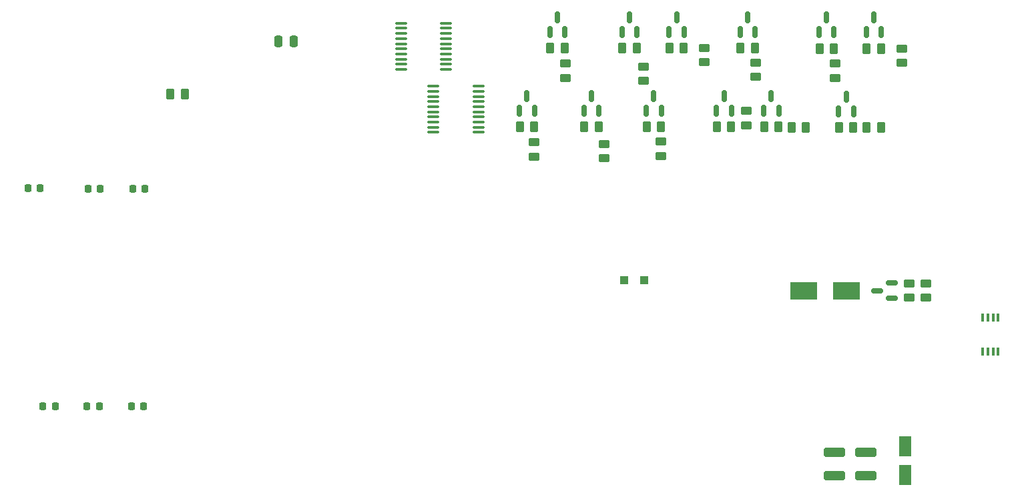
<source format=gbp>
%TF.GenerationSoftware,KiCad,Pcbnew,(6.0.2)*%
%TF.CreationDate,2022-08-07T22:17:39-07:00*%
%TF.ProjectId,LightDrum,4c696768-7444-4727-956d-2e6b69636164,rev?*%
%TF.SameCoordinates,Original*%
%TF.FileFunction,Paste,Bot*%
%TF.FilePolarity,Positive*%
%FSLAX46Y46*%
G04 Gerber Fmt 4.6, Leading zero omitted, Abs format (unit mm)*
G04 Created by KiCad (PCBNEW (6.0.2)) date 2022-08-07 22:17:39*
%MOMM*%
%LPD*%
G01*
G04 APERTURE LIST*
G04 Aperture macros list*
%AMRoundRect*
0 Rectangle with rounded corners*
0 $1 Rounding radius*
0 $2 $3 $4 $5 $6 $7 $8 $9 X,Y pos of 4 corners*
0 Add a 4 corners polygon primitive as box body*
4,1,4,$2,$3,$4,$5,$6,$7,$8,$9,$2,$3,0*
0 Add four circle primitives for the rounded corners*
1,1,$1+$1,$2,$3*
1,1,$1+$1,$4,$5*
1,1,$1+$1,$6,$7*
1,1,$1+$1,$8,$9*
0 Add four rect primitives between the rounded corners*
20,1,$1+$1,$2,$3,$4,$5,0*
20,1,$1+$1,$4,$5,$6,$7,0*
20,1,$1+$1,$6,$7,$8,$9,0*
20,1,$1+$1,$8,$9,$2,$3,0*%
G04 Aperture macros list end*
%ADD10RoundRect,0.250000X0.450000X-0.262500X0.450000X0.262500X-0.450000X0.262500X-0.450000X-0.262500X0*%
%ADD11RoundRect,0.250000X0.262500X0.450000X-0.262500X0.450000X-0.262500X-0.450000X0.262500X-0.450000X0*%
%ADD12RoundRect,0.150000X0.150000X-0.587500X0.150000X0.587500X-0.150000X0.587500X-0.150000X-0.587500X0*%
%ADD13RoundRect,0.225000X-0.225000X-0.250000X0.225000X-0.250000X0.225000X0.250000X-0.225000X0.250000X0*%
%ADD14RoundRect,0.250000X-0.262500X-0.450000X0.262500X-0.450000X0.262500X0.450000X-0.262500X0.450000X0*%
%ADD15RoundRect,0.150000X0.587500X0.150000X-0.587500X0.150000X-0.587500X-0.150000X0.587500X-0.150000X0*%
%ADD16RoundRect,0.250000X1.100000X-0.325000X1.100000X0.325000X-1.100000X0.325000X-1.100000X-0.325000X0*%
%ADD17RoundRect,0.250000X-0.550000X1.050000X-0.550000X-1.050000X0.550000X-1.050000X0.550000X1.050000X0*%
%ADD18R,1.000000X1.000000*%
%ADD19RoundRect,0.225000X0.225000X0.250000X-0.225000X0.250000X-0.225000X-0.250000X0.225000X-0.250000X0*%
%ADD20RoundRect,0.250000X-0.450000X0.262500X-0.450000X-0.262500X0.450000X-0.262500X0.450000X0.262500X0*%
%ADD21RoundRect,0.100000X0.637500X0.100000X-0.637500X0.100000X-0.637500X-0.100000X0.637500X-0.100000X0*%
%ADD22R,0.400000X1.100000*%
%ADD23RoundRect,0.250000X-0.250000X-0.475000X0.250000X-0.475000X0.250000X0.475000X-0.250000X0.475000X0*%
%ADD24R,3.500000X2.300000*%
G04 APERTURE END LIST*
D10*
X166600000Y-54112500D03*
X166600000Y-52287500D03*
D11*
X154412500Y-62300000D03*
X152587500Y-62300000D03*
D10*
X148000000Y-55879500D03*
X148000000Y-54054500D03*
D12*
X119959000Y-60184500D03*
X118059000Y-60184500D03*
X119009000Y-58309500D03*
X157959000Y-50184500D03*
X156059000Y-50184500D03*
X157009000Y-48309500D03*
D13*
X63325000Y-70100000D03*
X64875000Y-70100000D03*
D14*
X73787500Y-58100000D03*
X75612500Y-58100000D03*
D12*
X136050000Y-60184500D03*
X134150000Y-60184500D03*
X135100000Y-58309500D03*
D15*
X165337500Y-82050000D03*
X165337500Y-83950000D03*
X163462500Y-83000000D03*
D16*
X162000000Y-106475000D03*
X162000000Y-103525000D03*
D11*
X144921500Y-62247000D03*
X143096500Y-62247000D03*
D17*
X167000000Y-102800000D03*
X167000000Y-106400000D03*
D10*
X146800000Y-62012500D03*
X146800000Y-60187500D03*
D11*
X150921500Y-62247000D03*
X149096500Y-62247000D03*
X138921500Y-52247000D03*
X137096500Y-52247000D03*
D10*
X128800000Y-66212500D03*
X128800000Y-64387500D03*
D11*
X163912500Y-62300000D03*
X162087500Y-62300000D03*
D18*
X131350000Y-81700000D03*
X133850000Y-81700000D03*
D11*
X123796500Y-52247000D03*
X121971500Y-52247000D03*
D10*
X141500000Y-54012500D03*
X141500000Y-52187500D03*
D19*
X70575000Y-70100000D03*
X69025000Y-70100000D03*
D13*
X63225000Y-97700000D03*
X64775000Y-97700000D03*
D12*
X144959000Y-60184500D03*
X143059000Y-60184500D03*
X144009000Y-58309500D03*
D10*
X169600000Y-83912500D03*
X169600000Y-82087500D03*
X119900000Y-66012500D03*
X119900000Y-64187500D03*
D11*
X128112500Y-62247000D03*
X126287500Y-62247000D03*
X119921500Y-62247000D03*
X118096500Y-62247000D03*
X136012500Y-62247000D03*
X134187500Y-62247000D03*
D12*
X150959000Y-60184500D03*
X149059000Y-60184500D03*
X150009000Y-58309500D03*
D13*
X55725000Y-70000000D03*
X57275000Y-70000000D03*
X57625000Y-97700000D03*
X59175000Y-97700000D03*
D11*
X160412500Y-62300000D03*
X158587500Y-62300000D03*
D20*
X167500000Y-82087500D03*
X167500000Y-83912500D03*
D11*
X132921500Y-52247000D03*
X131096500Y-52247000D03*
D10*
X158100000Y-56006500D03*
X158100000Y-54181500D03*
D12*
X160450000Y-60237500D03*
X158550000Y-60237500D03*
X159500000Y-58362500D03*
D11*
X147921500Y-52247000D03*
X146096500Y-52247000D03*
D10*
X123900000Y-56006500D03*
X123900000Y-54181500D03*
D12*
X163959000Y-50184500D03*
X162059000Y-50184500D03*
X163009000Y-48309500D03*
X123834000Y-50189500D03*
X121934000Y-50189500D03*
X122884000Y-48314500D03*
D11*
X157959500Y-52300000D03*
X156134500Y-52300000D03*
D12*
X128150000Y-60184500D03*
X126250000Y-60184500D03*
X127200000Y-58309500D03*
D10*
X133800000Y-56412500D03*
X133800000Y-54587500D03*
D21*
X112862500Y-57075000D03*
X112862500Y-57725000D03*
X112862500Y-58375000D03*
X112862500Y-59025000D03*
X112862500Y-59675000D03*
X112862500Y-60325000D03*
X112862500Y-60975000D03*
X112862500Y-61625000D03*
X112862500Y-62275000D03*
X112862500Y-62925000D03*
X107137500Y-62925000D03*
X107137500Y-62275000D03*
X107137500Y-61625000D03*
X107137500Y-60975000D03*
X107137500Y-60325000D03*
X107137500Y-59675000D03*
X107137500Y-59025000D03*
X107137500Y-58375000D03*
X107137500Y-57725000D03*
X107137500Y-57075000D03*
D12*
X138959000Y-50184500D03*
X137059000Y-50184500D03*
X138009000Y-48309500D03*
X147959000Y-50184500D03*
X146059000Y-50184500D03*
X147009000Y-48309500D03*
D21*
X108771500Y-49075000D03*
X108771500Y-49725000D03*
X108771500Y-50375000D03*
X108771500Y-51025000D03*
X108771500Y-51675000D03*
X108771500Y-52325000D03*
X108771500Y-52975000D03*
X108771500Y-53625000D03*
X108771500Y-54275000D03*
X108771500Y-54925000D03*
X103046500Y-54925000D03*
X103046500Y-54275000D03*
X103046500Y-53625000D03*
X103046500Y-52975000D03*
X103046500Y-52325000D03*
X103046500Y-51675000D03*
X103046500Y-51025000D03*
X103046500Y-50375000D03*
X103046500Y-49725000D03*
X103046500Y-49075000D03*
D22*
X176825000Y-86450000D03*
X177475000Y-86450000D03*
X178125000Y-86450000D03*
X178775000Y-86450000D03*
X178775000Y-90750000D03*
X178125000Y-90750000D03*
X177475000Y-90750000D03*
X176825000Y-90750000D03*
D23*
X87494000Y-51349000D03*
X89394000Y-51349000D03*
D16*
X158000000Y-106475000D03*
X158000000Y-103525000D03*
D19*
X70375000Y-97700000D03*
X68825000Y-97700000D03*
D24*
X154100000Y-83000000D03*
X159500000Y-83000000D03*
D10*
X136000000Y-65912500D03*
X136000000Y-64087500D03*
D11*
X163928500Y-52300000D03*
X162103500Y-52300000D03*
D12*
X132959000Y-50189500D03*
X131059000Y-50189500D03*
X132009000Y-48314500D03*
M02*

</source>
